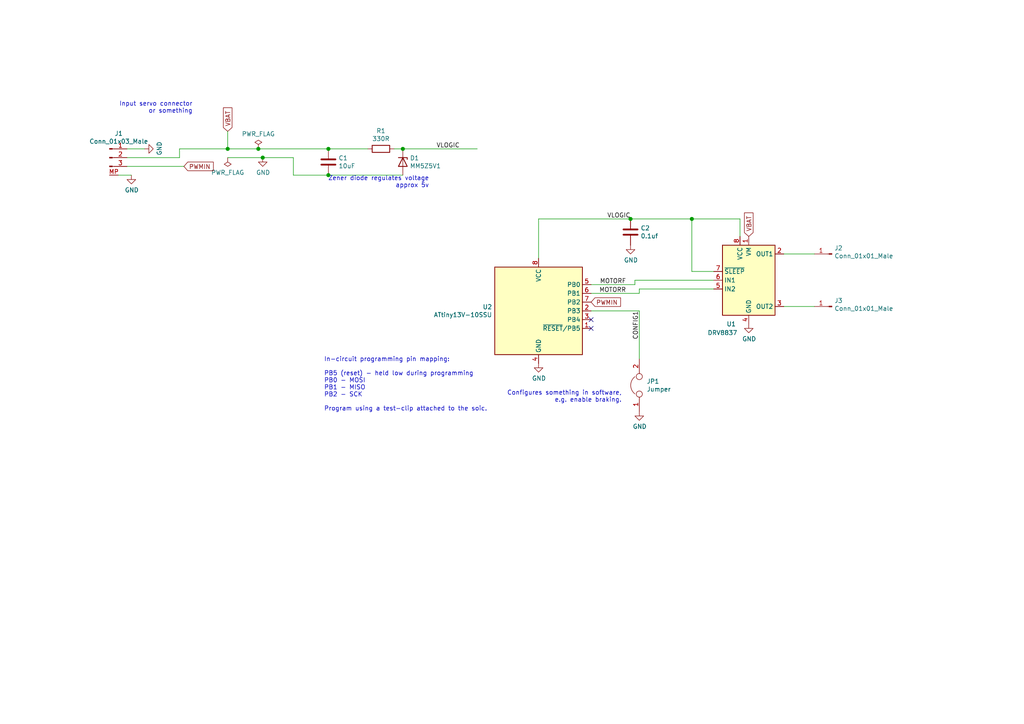
<source format=kicad_sch>
(kicad_sch (version 20200828) (generator eeschema)
  (page 1 1)
  (paper "A4")
  (lib_symbols
    (symbol "Connector:Conn_01x01_Male" (pin_names hide)
      (property "Reference" "J" (at 0 2.54 0))
      (property "Value" "Conn_01x01_Male" (at 0 -2.54 0))
      (symbol "Conn_01x01_Male_1_1"
        (rectangle (start 0.8636 0.127) (end 0 -0.127) (fill (type outline)))
        (polyline (pts (xy 1.27 0) (xy 0.8636 0)))
        (pin passive line (at 5.08 0 180) (length 3.81) (name "Pin_1") (number "1"))
      )
    )
    (symbol "Device:C" (pin_numbers hide) (pin_names (offset 0.254))
      (property "Reference" "C" (at 0.635 2.54 0))
      (property "Value" "C" (at 0.635 -2.54 0))
      (symbol "C_0_1"
        (polyline (pts (xy -2.032 -0.762) (xy 2.032 -0.762)) (stroke (width 0.508)))
        (polyline (pts (xy -2.032 0.762) (xy 2.032 0.762)) (stroke (width 0.508)))
      )
      (symbol "C_1_1"
        (pin passive line (at 0 3.81 270) (length 2.794) (name "~") (number "1"))
        (pin passive line (at 0 -3.81 90) (length 2.794) (name "~") (number "2"))
      )
    )
    (symbol "Device:C_1" (pin_numbers hide) (pin_names (offset 0.254))
      (property "Reference" "C" (at 0.635 2.54 0))
      (property "Value" "C" (at 0.635 -2.54 0))
      (symbol "C_1_0_1"
        (polyline (pts (xy -2.032 -0.762) (xy 2.032 -0.762)) (stroke (width 0.508)))
        (polyline (pts (xy -2.032 0.762) (xy 2.032 0.762)) (stroke (width 0.508)))
      )
      (symbol "C_1_1_1"
        (pin passive line (at 0 3.81 270) (length 2.794) (name "~") (number "1"))
        (pin passive line (at 0 -3.81 90) (length 2.794) (name "~") (number "2"))
      )
    )
    (symbol "Device:D_Zener" (pin_numbers hide) (pin_names (offset 1.016) hide)
      (property "Reference" "D" (at 0 2.54 0))
      (property "Value" "D_Zener" (at 0 -2.54 0))
      (symbol "D_Zener_0_1"
        (polyline (pts (xy 1.27 0) (xy -1.27 0)))
        (polyline (pts (xy -1.27 -1.27) (xy -1.27 1.27) (xy -0.762 1.27)) (stroke (width 0.254)))
        (polyline (pts (xy 1.27 -1.27) (xy 1.27 1.27) (xy -1.27 0) (xy 1.27 -1.27)) (stroke (width 0.254)))
      )
      (symbol "D_Zener_1_1"
        (pin passive line (at -3.81 0 0) (length 2.54) (name "K") (number "1"))
        (pin passive line (at 3.81 0 180) (length 2.54) (name "A") (number "2"))
      )
    )
    (symbol "Device:Jumper" (pin_names (offset 0.762) hide)
      (property "Reference" "JP" (at 0 3.81 0))
      (property "Value" "Jumper" (at 0 -2.032 0))
      (symbol "Jumper_0_1"
        (arc (start -2.4892 1.27) (end 2.5146 1.27) (radius (at 0 -0.6604) (length 3.175) (angles 142.6 37.3)))
        (circle (center -2.54 0) (radius 0.889))
        (circle (center 2.54 0) (radius 0.889))
        (pin passive line (at -7.62 0 0) (length 4.191) (name "1") (number "1"))
        (pin passive line (at 7.62 0 180) (length 4.191) (name "2") (number "2"))
      )
    )
    (symbol "Device:R" (pin_numbers hide) (pin_names (offset 0))
      (property "Reference" "R" (at 2.032 0 90))
      (property "Value" "R" (at 0 0 90))
      (symbol "R_0_1"
        (rectangle (start -1.016 -2.54) (end 1.016 2.54) (stroke (width 0.254)))
      )
      (symbol "R_1_1"
        (pin passive line (at 0 3.81 270) (length 1.27) (name "~") (number "1"))
        (pin passive line (at 0 -3.81 90) (length 1.27) (name "~") (number "2"))
      )
    )
    (symbol "Driver_Motor:DRV8837"
      (property "Reference" "U" (at 6.35 11.43 0))
      (property "Value" "DRV8837" (at -10.16 11.43 0))
      (symbol "DRV8837_0_1"
        (rectangle (start -7.62 10.16) (end 7.62 -10.16) (stroke (width 0.254)) (fill (type background)))
      )
      (symbol "DRV8837_1_1"
        (pin power_in line (at 0 12.7 270) (length 2.54) (name "VM") (number "1"))
        (pin output line (at 10.16 7.62 180) (length 2.54) (name "OUT1") (number "2"))
        (pin output line (at 10.16 -7.62 180) (length 2.54) (name "OUT2") (number "3"))
        (pin power_in line (at 0 -12.7 90) (length 2.54) (name "GND") (number "4"))
        (pin input line (at -10.16 -2.54 0) (length 2.54) (name "IN2") (number "5"))
        (pin input line (at -10.16 0 0) (length 2.54) (name "IN1") (number "6"))
        (pin input line (at -10.16 2.54 0) (length 2.54) (name "~SLEEP") (number "7"))
        (pin power_in line (at -2.54 12.7 270) (length 2.54) (name "VCC") (number "8"))
        (pin passive line (at 0 -12.7 90) (length 2.54) hide (name "GND") (number "9"))
      )
    )
    (symbol "MCU_Microchip_ATtiny:ATtiny13V-10SSU"
      (property "Reference" "U" (at -12.7 13.97 0))
      (property "Value" "ATtiny13V-10SSU" (at 2.54 -13.97 0))
      (symbol "ATtiny13V-10SSU_0_1"
        (rectangle (start -12.7 -12.7) (end 12.7 12.7) (stroke (width 0.254)) (fill (type background)))
      )
      (symbol "ATtiny13V-10SSU_1_1"
        (pin bidirectional line (at 15.24 -5.08 180) (length 2.54) (name "~RESET~/PB5") (number "1"))
        (pin bidirectional line (at 15.24 0 180) (length 2.54) (name "PB3") (number "2"))
        (pin bidirectional line (at 15.24 -2.54 180) (length 2.54) (name "PB4") (number "3"))
        (pin power_in line (at 0 -15.24 90) (length 2.54) (name "GND") (number "4"))
        (pin bidirectional line (at 15.24 7.62 180) (length 2.54) (name "PB0") (number "5"))
        (pin bidirectional line (at 15.24 5.08 180) (length 2.54) (name "PB1") (number "6"))
        (pin bidirectional line (at 15.24 2.54 180) (length 2.54) (name "PB2") (number "7"))
        (pin power_in line (at 0 15.24 270) (length 2.54) (name "VCC") (number "8"))
      )
    )
    (symbol "motorback:Conn_01x03_withmechanical" (pin_names (offset 1.016) hide)
      (property "Reference" "J" (at 0 5.08 0))
      (property "Value" "Conn_01x03_withmechanical" (at -1.905 -7.62 0))
      (symbol "Conn_01x03_withmechanical_1_1"
        (rectangle (start 0.8636 -2.413) (end 0 -2.667) (stroke (width 0.1524)) (fill (type outline)))
        (rectangle (start 0.8636 0.127) (end 0 -0.127) (stroke (width 0.1524)) (fill (type outline)))
        (rectangle (start 0.8636 2.667) (end 0 2.413) (stroke (width 0.1524)) (fill (type outline)))
        (polyline (pts (xy 1.27 -2.54) (xy 0.8636 -2.54)) (stroke (width 0.1524)))
        (polyline (pts (xy 1.27 0) (xy 0.8636 0)) (stroke (width 0.1524)))
        (polyline (pts (xy 1.27 2.54) (xy 0.8636 2.54)) (stroke (width 0.1524)))
        (pin passive line (at 5.08 2.54 180) (length 3.81) (name "Pin_1") (number "1"))
        (pin passive line (at 5.08 0 180) (length 3.81) (name "Pin_2") (number "2"))
        (pin passive line (at 5.08 -2.54 180) (length 3.81) (name "Pin_3") (number "3"))
        (pin passive line (at 2.54 -5.08 180) (length 2.54) (name "MP") (number "MP"))
      )
    )
    (symbol "power:GND" (power) (pin_names (offset 0))
      (property "Value" "GND" (at 0 -3.81 0))
      (symbol "GND_0_1"
        (polyline (pts (xy 0 0) (xy 0 -1.27) (xy 1.27 -1.27) (xy 0 -2.54) (xy -1.27 -1.27) (xy 0 -1.27)))
      )
      (symbol "GND_1_1"
        (pin power_in line (at 0 0 270) (length 0) hide (name "GND") (number "1"))
      )
    )
    (symbol "power:PWR_FLAG" (power) (pin_numbers hide) (pin_names (offset 0) hide)
      (property "Value" "PWR_FLAG" (at 0 3.81 0))
      (symbol "PWR_FLAG_0_1"
        (polyline (pts (xy 0 0) (xy 0 1.27) (xy -1.016 1.905) (xy 0 2.54) (xy 1.016 1.905) (xy 0 1.27)))
      )
      (symbol "PWR_FLAG_0_0"
        (pin power_out line (at 0 0 90) (length 0) (name "pwr") (number "1"))
      )
    )
  )
  (junction (at 66.04 43.18) (diameter 1.016))
  (junction (at 74.93 43.18) (diameter 1.016))
  (junction (at 76.2 45.72) (diameter 1.016))
  (junction (at 95.25 43.18) (diameter 1.016))
  (junction (at 95.25 50.8) (diameter 1.016))
  (junction (at 116.84 43.18) (diameter 1.016))
  (junction (at 182.88 63.5) (diameter 1.016))
  (junction (at 200.66 63.5) (diameter 1.016))
  (no_connect (at 171.45 95.25))
  (no_connect (at 171.45 92.71))
  (wire (pts (xy 34.29 50.8) (xy 38.1 50.8)))
  (wire (pts (xy 36.83 43.18) (xy 41.91 43.18)))
  (wire (pts (xy 36.83 45.72) (xy 52.07 45.72)))
  (wire (pts (xy 36.83 48.26) (xy 53.34 48.26)))
  (wire (pts (xy 52.07 43.18) (xy 66.04 43.18)))
  (wire (pts (xy 52.07 45.72) (xy 52.07 43.18)))
  (wire (pts (xy 66.04 38.1) (xy 66.04 43.18)))
  (wire (pts (xy 66.04 43.18) (xy 74.93 43.18)))
  (wire (pts (xy 66.04 45.72) (xy 76.2 45.72)))
  (wire (pts (xy 74.93 43.18) (xy 95.25 43.18)))
  (wire (pts (xy 76.2 45.72) (xy 85.09 45.72)))
  (wire (pts (xy 85.09 45.72) (xy 85.09 50.8)))
  (wire (pts (xy 85.09 50.8) (xy 95.25 50.8)))
  (wire (pts (xy 95.25 43.18) (xy 106.68 43.18)))
  (wire (pts (xy 95.25 50.8) (xy 116.84 50.8)))
  (wire (pts (xy 114.3 43.18) (xy 116.84 43.18)))
  (wire (pts (xy 116.84 43.18) (xy 138.43 43.18)))
  (wire (pts (xy 156.21 63.5) (xy 182.88 63.5)))
  (wire (pts (xy 156.21 74.93) (xy 156.21 63.5)))
  (wire (pts (xy 171.45 82.55) (xy 184.15 82.55)))
  (wire (pts (xy 171.45 85.09) (xy 185.42 85.09)))
  (wire (pts (xy 171.45 90.17) (xy 185.42 90.17)))
  (wire (pts (xy 182.88 63.5) (xy 200.66 63.5)))
  (wire (pts (xy 184.15 81.28) (xy 207.01 81.28)))
  (wire (pts (xy 184.15 82.55) (xy 184.15 81.28)))
  (wire (pts (xy 185.42 83.82) (xy 207.01 83.82)))
  (wire (pts (xy 185.42 85.09) (xy 185.42 83.82)))
  (wire (pts (xy 185.42 90.17) (xy 185.42 104.14)))
  (wire (pts (xy 200.66 63.5) (xy 214.63 63.5)))
  (wire (pts (xy 200.66 78.74) (xy 200.66 63.5)))
  (wire (pts (xy 207.01 78.74) (xy 200.66 78.74)))
  (wire (pts (xy 214.63 63.5) (xy 214.63 68.58)))
  (wire (pts (xy 227.33 73.66) (xy 236.22 73.66)))
  (wire (pts (xy 227.33 88.9) (xy 236.22 88.9)))
  (text "Input servo connector\nor something" (at 55.88 33.02 180) (effects (font (size 1.27 1.27)) (justify right bottom)))
  (text "In-circuit programming pin mapping:\n\nPB5 (reset) - held low during programming\nPB0 - MOSI\nPB1 - MISO\nPB2 - SCK\n\nProgram using a test-clip attached to the soic." (at 93.98 119.38 0) (effects (font (size 1.27 1.27)) (justify left bottom)))
  (text "Zener diode regulates voltage\napprox 5v" (at 124.46 54.61 180) (effects (font (size 1.27 1.27)) (justify right bottom)))
  (text "Configures something in software,\ne.g. enable braking." (at 180.34 116.84 0) (effects (font (size 1.27 1.27)) (justify right bottom)))
  (label "VLOGIC" (at 133.35 43.18 180))
  (label "MOTORF" (at 181.61 82.55 180))
  (label "MOTORR" (at 181.61 85.09 180))
  (label "VLOGIC" (at 182.88 63.5 180))
  (label "CONFIG1" (at 185.42 90.17 270))
  (global_label "PWMIN" (shape input) (at 53.34 48.26 0))
  (global_label "VBAT" (shape input) (at 66.04 38.1 90))
  (global_label "PWMIN" (shape input) (at 171.45 87.63 0))
  (global_label "VBAT" (shape input) (at 217.17 68.58 90))
  (symbol (lib_id "power:PWR_FLAG") (at 66.04 45.72 180) (unit 1)
    (property "Reference" "#FLG0101" (effects hide))
    (property "Value" "PWR_FLAG" (at 66.04 50.0444 0))
  )
  (symbol (lib_id "power:PWR_FLAG") (at 74.93 43.18 0) (unit 1)
    (property "Reference" "#FLG0102" (effects hide))
    (property "Value" "PWR_FLAG" (at 74.93 38.8556 0))
  )
  (symbol (lib_id "power:GND") (at 38.1 50.8 0) (unit 1)
    (property "Reference" "#PWR?" (effects hide))
    (property "Value" "GND" (at 38.2143 55.1244 0))
  )
  (symbol (lib_id "power:GND") (at 41.91 43.18 90) (unit 1)
    (property "Reference" "#PWR?" (effects hide))
    (property "Value" "GND" (at 46.2344 43.0657 0))
  )
  (symbol (lib_id "power:GND") (at 76.2 45.72 0) (unit 1)
    (property "Reference" "#PWR0104" (effects hide))
    (property "Value" "GND" (at 76.3143 50.0444 0))
  )
  (symbol (lib_id "power:GND") (at 156.21 105.41 0) (unit 1)
    (property "Reference" "#PWR0101" (effects hide))
    (property "Value" "GND" (at 156.3243 109.7344 0))
  )
  (symbol (lib_id "power:GND") (at 182.88 71.12 0) (unit 1)
    (property "Reference" "#PWR0103" (effects hide))
    (property "Value" "GND" (at 182.9943 75.4444 0))
  )
  (symbol (lib_id "power:GND") (at 185.42 119.38 0) (unit 1)
    (property "Reference" "#PWR01" (effects hide))
    (property "Value" "GND" (at 185.5343 123.7044 0))
  )
  (symbol (lib_id "power:GND") (at 217.17 93.98 0) (unit 1)
    (property "Reference" "#PWR0102" (effects hide))
    (property "Value" "GND" (at 217.2843 98.3044 0))
  )
  (symbol (lib_id "Connector:Conn_01x01_Male") (at 241.3 73.66 180) (unit 1)
    (property "Reference" "J2" (at 242.0113 71.9518 0) (effects (justify right)))
    (property "Value" "Conn_01x01_Male" (at 242.0113 74.2505 0) (effects (justify right)))
    (property "Footprint" "motorback:motorpad" (effects hide))
  )
  (symbol (lib_id "Connector:Conn_01x01_Male") (at 241.3 88.9 180) (unit 1)
    (property "Reference" "J3" (at 242.0113 87.1918 0) (effects (justify right)))
    (property "Value" "Conn_01x01_Male" (at 242.0113 89.4905 0) (effects (justify right)))
    (property "Footprint" "motorback:motorpad" (effects hide))
  )
  (symbol (lib_id "Device:R") (at 110.49 43.18 90) (unit 1)
    (property "Reference" "R1" (at 110.49 37.9538 90))
    (property "Value" "330R" (at 110.49 40.252 90))
    (property "Footprint" "Resistor_SMD:R_0603_1608Metric" (effects hide))
    (property "LCSC" "C23138" (effects hide))
  )
  (symbol (lib_id "Device:D_Zener") (at 116.84 46.99 270) (unit 1)
    (property "Reference" "D1" (at 118.8721 45.8406 90) (effects (justify left)))
    (property "Value" "MM5Z5V1" (at 118.872 48.139 90) (effects (justify left)))
    (property "Footprint" "Diode_SMD:D_SOD-523" (effects hide))
    (property "LCSC" "C55848" (effects hide))
  )
  (symbol (lib_id "Device:C") (at 95.25 46.99 0) (unit 1)
    (property "Reference" "C1" (at 98.1711 45.8406 0) (effects (justify left)))
    (property "Value" "10uF" (at 98.1711 48.1393 0) (effects (justify left)))
    (property "Footprint" "Capacitor_SMD:C_0603_1608Metric" (effects hide))
    (property "LCSC" "C19702" (effects hide))
  )
  (symbol (lib_name "Device:C_1") (lib_id "Device:C") (at 182.88 67.31 0) (unit 1)
    (property "Reference" "C2" (at 185.8011 66.1606 0) (effects (justify left)))
    (property "Value" "0.1uf" (at 185.8011 68.4593 0) (effects (justify left)))
    (property "Footprint" "Capacitor_SMD:C_0603_1608Metric" (effects hide))
    (property "LCSC" "C14663" (effects hide))
  )
  (symbol (lib_id "motorback:Conn_01x03_withmechanical") (at 31.75 45.72 0) (unit 1)
    (property "Reference" "J1" (at 34.4424 38.7158 0))
    (property "Value" "Conn_01x03_Male" (at 34.4424 41.0145 0))
    (property "Footprint" "Connector_JST:JST_SH_SM03B-SRSS-TB_1x03-1MP_P1.00mm_Horizontal" (effects hide))
  )
  (symbol (lib_id "Device:Jumper") (at 185.42 111.76 90) (unit 1)
    (property "Reference" "JP1" (at 187.5537 110.6106 90) (effects (justify right)))
    (property "Value" "Jumper" (at 187.5537 112.9093 90) (effects (justify right)))
    (property "Footprint" "Jumper:SolderJumper-2_P1.3mm_Bridged_Pad1.0x1.5mm" (effects hide))
  )
  (symbol (lib_id "Driver_Motor:DRV8837") (at 217.17 81.28 0) (unit 1)
    (property "Reference" "U1" (at 212.09 93.98 0))
    (property "Value" "DRV8837" (at 209.55 96.52 0))
    (property "Footprint" "motorback:drv8837_custom" (effects hide))
    (property "Datasheet" "http://www.ti.com/lit/ds/symlink/drv8837.pdf" (effects hide))
    (property "LCSC" "C39159" (effects hide))
  )
  (symbol (lib_id "MCU_Microchip_ATtiny:ATtiny13V-10SSU") (at 156.21 90.17 0) (unit 1)
    (property "Reference" "U2" (at 142.748 89.0206 0) (effects (justify right)))
    (property "Value" "ATtiny13V-10SSU" (at 142.748 91.3193 0) (effects (justify right)))
    (property "Footprint" "Package_SO:SOIC-8_3.9x4.9mm_P1.27mm" (effects hide))
    (property "Datasheet" "http://ww1.microchip.com/downloads/en/DeviceDoc/doc2535.pdf" (effects hide))
    (property "LCSC" "C40382" (effects hide))
  )
)
</source>
